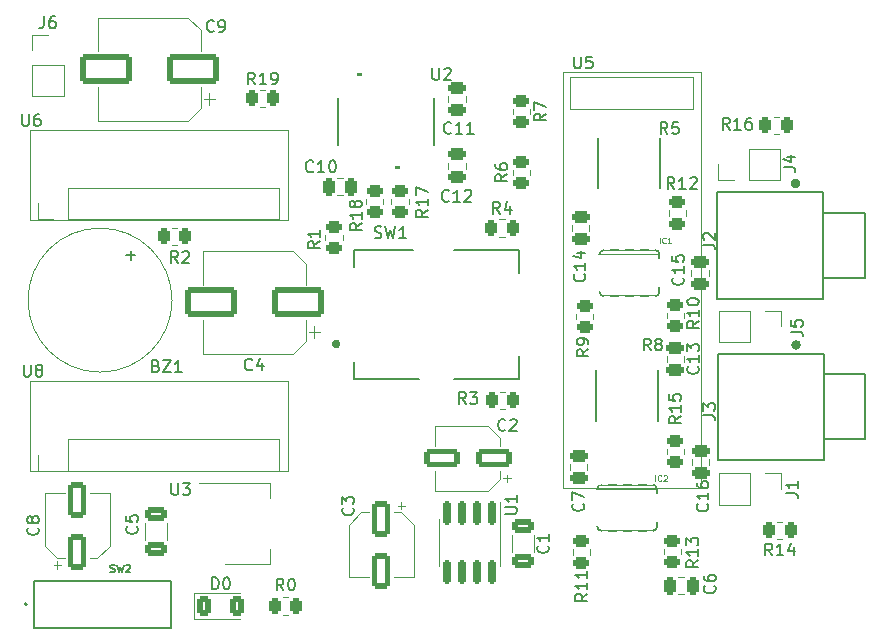
<source format=gto>
G04 #@! TF.GenerationSoftware,KiCad,Pcbnew,(6.0.4)*
G04 #@! TF.CreationDate,2025-04-28T20:29:24+10:00*
G04 #@! TF.ProjectId,OpenXstim,4f70656e-5873-4746-996d-2e6b69636164,rev?*
G04 #@! TF.SameCoordinates,Original*
G04 #@! TF.FileFunction,Legend,Top*
G04 #@! TF.FilePolarity,Positive*
%FSLAX46Y46*%
G04 Gerber Fmt 4.6, Leading zero omitted, Abs format (unit mm)*
G04 Created by KiCad (PCBNEW (6.0.4)) date 2025-04-28 20:29:24*
%MOMM*%
%LPD*%
G01*
G04 APERTURE LIST*
G04 Aperture macros list*
%AMRoundRect*
0 Rectangle with rounded corners*
0 $1 Rounding radius*
0 $2 $3 $4 $5 $6 $7 $8 $9 X,Y pos of 4 corners*
0 Add a 4 corners polygon primitive as box body*
4,1,4,$2,$3,$4,$5,$6,$7,$8,$9,$2,$3,0*
0 Add four circle primitives for the rounded corners*
1,1,$1+$1,$2,$3*
1,1,$1+$1,$4,$5*
1,1,$1+$1,$6,$7*
1,1,$1+$1,$8,$9*
0 Add four rect primitives between the rounded corners*
20,1,$1+$1,$2,$3,$4,$5,0*
20,1,$1+$1,$4,$5,$6,$7,0*
20,1,$1+$1,$6,$7,$8,$9,0*
20,1,$1+$1,$8,$9,$2,$3,0*%
G04 Aperture macros list end*
%ADD10C,0.150000*%
%ADD11C,0.120078*%
%ADD12C,0.120000*%
%ADD13C,0.152400*%
%ADD14C,0.050800*%
%ADD15C,0.127000*%
%ADD16C,0.304800*%
%ADD17C,0.400000*%
%ADD18C,0.200000*%
%ADD19RoundRect,0.250000X0.262500X0.450000X-0.262500X0.450000X-0.262500X-0.450000X0.262500X-0.450000X0*%
%ADD20RoundRect,0.250000X1.250000X0.550000X-1.250000X0.550000X-1.250000X-0.550000X1.250000X-0.550000X0*%
%ADD21R,0.355600X1.473200*%
%ADD22R,5.029200X3.251200*%
%ADD23RoundRect,0.250000X0.450000X-0.262500X0.450000X0.262500X-0.450000X0.262500X-0.450000X-0.262500X0*%
%ADD24RoundRect,0.250000X-0.262500X-0.450000X0.262500X-0.450000X0.262500X0.450000X-0.262500X0.450000X0*%
%ADD25RoundRect,0.250000X-0.250000X-0.475000X0.250000X-0.475000X0.250000X0.475000X-0.250000X0.475000X0*%
%ADD26RoundRect,0.250000X-0.550000X1.250000X-0.550000X-1.250000X0.550000X-1.250000X0.550000X1.250000X0*%
%ADD27R,1.700000X1.700000*%
%ADD28O,1.700000X1.700000*%
%ADD29RoundRect,0.150000X-0.150000X0.825000X-0.150000X-0.825000X0.150000X-0.825000X0.150000X0.825000X0*%
%ADD30R,2.000000X1.500000*%
%ADD31R,2.000000X3.800000*%
%ADD32RoundRect,0.250000X0.475000X-0.250000X0.475000X0.250000X-0.475000X0.250000X-0.475000X-0.250000X0*%
%ADD33RoundRect,0.250000X0.250000X0.475000X-0.250000X0.475000X-0.250000X-0.475000X0.250000X-0.475000X0*%
%ADD34R,0.600000X1.800000*%
%ADD35R,6.000000X2.400000*%
%ADD36C,2.600000*%
%ADD37C,1.800000*%
%ADD38R,1.800000X1.800000*%
%ADD39O,1.508000X3.016000*%
%ADD40O,3.016000X1.508000*%
%ADD41R,2.000000X2.000000*%
%ADD42C,2.000000*%
%ADD43R,0.482600X1.447800*%
%ADD44RoundRect,0.250000X-0.375000X-0.625000X0.375000X-0.625000X0.375000X0.625000X-0.375000X0.625000X0*%
%ADD45RoundRect,0.250000X0.650000X-0.325000X0.650000X0.325000X-0.650000X0.325000X-0.650000X-0.325000X0*%
%ADD46RoundRect,0.250000X-0.450000X0.262500X-0.450000X-0.262500X0.450000X-0.262500X0.450000X0.262500X0*%
%ADD47RoundRect,0.250000X1.950000X1.000000X-1.950000X1.000000X-1.950000X-1.000000X1.950000X-1.000000X0*%
%ADD48R,1.408000X1.408000*%
%ADD49C,1.408000*%
%ADD50RoundRect,0.250000X-0.475000X0.250000X-0.475000X-0.250000X0.475000X-0.250000X0.475000X0.250000X0*%
%ADD51RoundRect,0.250000X0.550000X-1.250000X0.550000X1.250000X-0.550000X1.250000X-0.550000X-1.250000X0*%
%ADD52R,1.600000X1.600000*%
%ADD53O,1.600000X1.600000*%
G04 APERTURE END LIST*
D10*
X234256342Y-73858380D02*
X233923009Y-73382190D01*
X233684914Y-73858380D02*
X233684914Y-72858380D01*
X234065866Y-72858380D01*
X234161104Y-72906000D01*
X234208723Y-72953619D01*
X234256342Y-73048857D01*
X234256342Y-73191714D01*
X234208723Y-73286952D01*
X234161104Y-73334571D01*
X234065866Y-73382190D01*
X233684914Y-73382190D01*
X235208723Y-73858380D02*
X234637295Y-73858380D01*
X234923009Y-73858380D02*
X234923009Y-72858380D01*
X234827771Y-73001238D01*
X234732533Y-73096476D01*
X234637295Y-73144095D01*
X236065866Y-72858380D02*
X235875390Y-72858380D01*
X235780152Y-72906000D01*
X235732533Y-72953619D01*
X235637295Y-73096476D01*
X235589676Y-73286952D01*
X235589676Y-73667904D01*
X235637295Y-73763142D01*
X235684914Y-73810761D01*
X235780152Y-73858380D01*
X235970628Y-73858380D01*
X236065866Y-73810761D01*
X236113485Y-73763142D01*
X236161104Y-73667904D01*
X236161104Y-73429809D01*
X236113485Y-73334571D01*
X236065866Y-73286952D01*
X235970628Y-73239333D01*
X235780152Y-73239333D01*
X235684914Y-73286952D01*
X235637295Y-73334571D01*
X235589676Y-73429809D01*
X215276133Y-99264742D02*
X215228514Y-99312361D01*
X215085657Y-99359980D01*
X214990419Y-99359980D01*
X214847561Y-99312361D01*
X214752323Y-99217123D01*
X214704704Y-99121885D01*
X214657085Y-98931409D01*
X214657085Y-98788552D01*
X214704704Y-98598076D01*
X214752323Y-98502838D01*
X214847561Y-98407600D01*
X214990419Y-98359980D01*
X215085657Y-98359980D01*
X215228514Y-98407600D01*
X215276133Y-98455219D01*
X215657085Y-98455219D02*
X215704704Y-98407600D01*
X215799942Y-98359980D01*
X216038038Y-98359980D01*
X216133276Y-98407600D01*
X216180895Y-98455219D01*
X216228514Y-98550457D01*
X216228514Y-98645695D01*
X216180895Y-98788552D01*
X215609466Y-99359980D01*
X216228514Y-99359980D01*
X209092895Y-68641980D02*
X209092895Y-69451504D01*
X209140514Y-69546742D01*
X209188133Y-69594361D01*
X209283371Y-69641980D01*
X209473847Y-69641980D01*
X209569085Y-69594361D01*
X209616704Y-69546742D01*
X209664323Y-69451504D01*
X209664323Y-68641980D01*
X210092895Y-68737219D02*
X210140514Y-68689600D01*
X210235752Y-68641980D01*
X210473847Y-68641980D01*
X210569085Y-68689600D01*
X210616704Y-68737219D01*
X210664323Y-68832457D01*
X210664323Y-68927695D01*
X210616704Y-69070552D01*
X210045276Y-69641980D01*
X210664323Y-69641980D01*
X230119180Y-98128057D02*
X229642990Y-98461390D01*
X230119180Y-98699485D02*
X229119180Y-98699485D01*
X229119180Y-98318533D01*
X229166800Y-98223295D01*
X229214419Y-98175676D01*
X229309657Y-98128057D01*
X229452514Y-98128057D01*
X229547752Y-98175676D01*
X229595371Y-98223295D01*
X229642990Y-98318533D01*
X229642990Y-98699485D01*
X230119180Y-97175676D02*
X230119180Y-97747104D01*
X230119180Y-97461390D02*
X229119180Y-97461390D01*
X229262038Y-97556628D01*
X229357276Y-97651866D01*
X229404895Y-97747104D01*
X229119180Y-96270914D02*
X229119180Y-96747104D01*
X229595371Y-96794723D01*
X229547752Y-96747104D01*
X229500133Y-96651866D01*
X229500133Y-96413771D01*
X229547752Y-96318533D01*
X229595371Y-96270914D01*
X229690609Y-96223295D01*
X229928704Y-96223295D01*
X230023942Y-96270914D01*
X230071561Y-96318533D01*
X230119180Y-96413771D01*
X230119180Y-96651866D01*
X230071561Y-96747104D01*
X230023942Y-96794723D01*
X194073542Y-70023980D02*
X193740209Y-69547790D01*
X193502114Y-70023980D02*
X193502114Y-69023980D01*
X193883066Y-69023980D01*
X193978304Y-69071600D01*
X194025923Y-69119219D01*
X194073542Y-69214457D01*
X194073542Y-69357314D01*
X194025923Y-69452552D01*
X193978304Y-69500171D01*
X193883066Y-69547790D01*
X193502114Y-69547790D01*
X195025923Y-70023980D02*
X194454495Y-70023980D01*
X194740209Y-70023980D02*
X194740209Y-69023980D01*
X194644971Y-69166838D01*
X194549733Y-69262076D01*
X194454495Y-69309695D01*
X195502114Y-70023980D02*
X195692590Y-70023980D01*
X195787828Y-69976361D01*
X195835447Y-69928742D01*
X195930685Y-69785885D01*
X195978304Y-69595409D01*
X195978304Y-69214457D01*
X195930685Y-69119219D01*
X195883066Y-69071600D01*
X195787828Y-69023980D01*
X195597352Y-69023980D01*
X195502114Y-69071600D01*
X195454495Y-69119219D01*
X195406876Y-69214457D01*
X195406876Y-69452552D01*
X195454495Y-69547790D01*
X195502114Y-69595409D01*
X195597352Y-69643028D01*
X195787828Y-69643028D01*
X195883066Y-69595409D01*
X195930685Y-69547790D01*
X195978304Y-69452552D01*
X232970342Y-112485466D02*
X233017961Y-112533085D01*
X233065580Y-112675942D01*
X233065580Y-112771180D01*
X233017961Y-112914038D01*
X232922723Y-113009276D01*
X232827485Y-113056895D01*
X232637009Y-113104514D01*
X232494152Y-113104514D01*
X232303676Y-113056895D01*
X232208438Y-113009276D01*
X232113200Y-112914038D01*
X232065580Y-112771180D01*
X232065580Y-112675942D01*
X232113200Y-112533085D01*
X232160819Y-112485466D01*
X232065580Y-111628323D02*
X232065580Y-111818800D01*
X232113200Y-111914038D01*
X232160819Y-111961657D01*
X232303676Y-112056895D01*
X232494152Y-112104514D01*
X232875104Y-112104514D01*
X232970342Y-112056895D01*
X233017961Y-112009276D01*
X233065580Y-111914038D01*
X233065580Y-111723561D01*
X233017961Y-111628323D01*
X232970342Y-111580704D01*
X232875104Y-111533085D01*
X232637009Y-111533085D01*
X232541771Y-111580704D01*
X232494152Y-111628323D01*
X232446533Y-111723561D01*
X232446533Y-111914038D01*
X232494152Y-112009276D01*
X232541771Y-112056895D01*
X232637009Y-112104514D01*
X229582742Y-78887580D02*
X229249409Y-78411390D01*
X229011314Y-78887580D02*
X229011314Y-77887580D01*
X229392266Y-77887580D01*
X229487504Y-77935200D01*
X229535123Y-77982819D01*
X229582742Y-78078057D01*
X229582742Y-78220914D01*
X229535123Y-78316152D01*
X229487504Y-78363771D01*
X229392266Y-78411390D01*
X229011314Y-78411390D01*
X230535123Y-78887580D02*
X229963695Y-78887580D01*
X230249409Y-78887580D02*
X230249409Y-77887580D01*
X230154171Y-78030438D01*
X230058933Y-78125676D01*
X229963695Y-78173295D01*
X230916076Y-77982819D02*
X230963695Y-77935200D01*
X231058933Y-77887580D01*
X231297028Y-77887580D01*
X231392266Y-77935200D01*
X231439885Y-77982819D01*
X231487504Y-78078057D01*
X231487504Y-78173295D01*
X231439885Y-78316152D01*
X230868457Y-78887580D01*
X231487504Y-78887580D01*
X187539333Y-85135980D02*
X187206000Y-84659790D01*
X186967904Y-85135980D02*
X186967904Y-84135980D01*
X187348857Y-84135980D01*
X187444095Y-84183600D01*
X187491714Y-84231219D01*
X187539333Y-84326457D01*
X187539333Y-84469314D01*
X187491714Y-84564552D01*
X187444095Y-84612171D01*
X187348857Y-84659790D01*
X186967904Y-84659790D01*
X187920285Y-84231219D02*
X187967904Y-84183600D01*
X188063142Y-84135980D01*
X188301238Y-84135980D01*
X188396476Y-84183600D01*
X188444095Y-84231219D01*
X188491714Y-84326457D01*
X188491714Y-84421695D01*
X188444095Y-84564552D01*
X187872666Y-85135980D01*
X188491714Y-85135980D01*
X202337942Y-105881466D02*
X202385561Y-105929085D01*
X202433180Y-106071942D01*
X202433180Y-106167180D01*
X202385561Y-106310038D01*
X202290323Y-106405276D01*
X202195085Y-106452895D01*
X202004609Y-106500514D01*
X201861752Y-106500514D01*
X201671276Y-106452895D01*
X201576038Y-106405276D01*
X201480800Y-106310038D01*
X201433180Y-106167180D01*
X201433180Y-106071942D01*
X201480800Y-105929085D01*
X201528419Y-105881466D01*
X201433180Y-105548133D02*
X201433180Y-104929085D01*
X201814133Y-105262419D01*
X201814133Y-105119561D01*
X201861752Y-105024323D01*
X201909371Y-104976704D01*
X202004609Y-104929085D01*
X202242704Y-104929085D01*
X202337942Y-104976704D01*
X202385561Y-105024323D01*
X202433180Y-105119561D01*
X202433180Y-105405276D01*
X202385561Y-105500514D01*
X202337942Y-105548133D01*
X239023380Y-104625733D02*
X239737666Y-104625733D01*
X239880523Y-104673352D01*
X239975761Y-104768590D01*
X240023380Y-104911447D01*
X240023380Y-105006685D01*
X240023380Y-103625733D02*
X240023380Y-104197161D01*
X240023380Y-103911447D02*
X239023380Y-103911447D01*
X239166238Y-104006685D01*
X239261476Y-104101923D01*
X239309095Y-104197161D01*
X215250780Y-106375104D02*
X216060304Y-106375104D01*
X216155542Y-106327485D01*
X216203161Y-106279866D01*
X216250780Y-106184628D01*
X216250780Y-105994152D01*
X216203161Y-105898914D01*
X216155542Y-105851295D01*
X216060304Y-105803676D01*
X215250780Y-105803676D01*
X216250780Y-104803676D02*
X216250780Y-105375104D01*
X216250780Y-105089390D02*
X215250780Y-105089390D01*
X215393638Y-105184628D01*
X215488876Y-105279866D01*
X215536495Y-105375104D01*
X186994895Y-103795580D02*
X186994895Y-104605104D01*
X187042514Y-104700342D01*
X187090133Y-104747961D01*
X187185371Y-104795580D01*
X187375847Y-104795580D01*
X187471085Y-104747961D01*
X187518704Y-104700342D01*
X187566323Y-104605104D01*
X187566323Y-103795580D01*
X187947276Y-103795580D02*
X188566323Y-103795580D01*
X188232990Y-104176533D01*
X188375847Y-104176533D01*
X188471085Y-104224152D01*
X188518704Y-104271771D01*
X188566323Y-104367009D01*
X188566323Y-104605104D01*
X188518704Y-104700342D01*
X188471085Y-104747961D01*
X188375847Y-104795580D01*
X188090133Y-104795580D01*
X187994895Y-104747961D01*
X187947276Y-104700342D01*
X210481942Y-79859142D02*
X210434323Y-79906761D01*
X210291466Y-79954380D01*
X210196228Y-79954380D01*
X210053371Y-79906761D01*
X209958133Y-79811523D01*
X209910514Y-79716285D01*
X209862895Y-79525809D01*
X209862895Y-79382952D01*
X209910514Y-79192476D01*
X209958133Y-79097238D01*
X210053371Y-79002000D01*
X210196228Y-78954380D01*
X210291466Y-78954380D01*
X210434323Y-79002000D01*
X210481942Y-79049619D01*
X211434323Y-79954380D02*
X210862895Y-79954380D01*
X211148609Y-79954380D02*
X211148609Y-78954380D01*
X211053371Y-79097238D01*
X210958133Y-79192476D01*
X210862895Y-79240095D01*
X211815276Y-79049619D02*
X211862895Y-79002000D01*
X211958133Y-78954380D01*
X212196228Y-78954380D01*
X212291466Y-79002000D01*
X212339085Y-79049619D01*
X212386704Y-79144857D01*
X212386704Y-79240095D01*
X212339085Y-79382952D01*
X211767657Y-79954380D01*
X212386704Y-79954380D01*
X199001142Y-77369942D02*
X198953523Y-77417561D01*
X198810666Y-77465180D01*
X198715428Y-77465180D01*
X198572571Y-77417561D01*
X198477333Y-77322323D01*
X198429714Y-77227085D01*
X198382095Y-77036609D01*
X198382095Y-76893752D01*
X198429714Y-76703276D01*
X198477333Y-76608038D01*
X198572571Y-76512800D01*
X198715428Y-76465180D01*
X198810666Y-76465180D01*
X198953523Y-76512800D01*
X199001142Y-76560419D01*
X199953523Y-77465180D02*
X199382095Y-77465180D01*
X199667809Y-77465180D02*
X199667809Y-76465180D01*
X199572571Y-76608038D01*
X199477333Y-76703276D01*
X199382095Y-76750895D01*
X200572571Y-76465180D02*
X200667809Y-76465180D01*
X200763047Y-76512800D01*
X200810666Y-76560419D01*
X200858285Y-76655657D01*
X200905904Y-76846133D01*
X200905904Y-77084228D01*
X200858285Y-77274704D01*
X200810666Y-77369942D01*
X200763047Y-77417561D01*
X200667809Y-77465180D01*
X200572571Y-77465180D01*
X200477333Y-77417561D01*
X200429714Y-77369942D01*
X200382095Y-77274704D01*
X200334476Y-77084228D01*
X200334476Y-76846133D01*
X200382095Y-76655657D01*
X200429714Y-76560419D01*
X200477333Y-76512800D01*
X200572571Y-76465180D01*
D11*
X228334324Y-83478483D02*
X228334324Y-82998172D01*
X228837507Y-83432739D02*
X228814635Y-83455611D01*
X228746020Y-83478483D01*
X228700276Y-83478483D01*
X228631660Y-83455611D01*
X228585916Y-83409867D01*
X228563044Y-83364123D01*
X228540172Y-83272635D01*
X228540172Y-83204020D01*
X228563044Y-83112532D01*
X228585916Y-83066788D01*
X228631660Y-83021044D01*
X228700276Y-82998172D01*
X228746020Y-82998172D01*
X228814635Y-83021044D01*
X228837507Y-83043916D01*
X229294946Y-83478483D02*
X229020483Y-83478483D01*
X229157715Y-83478483D02*
X229157715Y-82998172D01*
X229111971Y-83066788D01*
X229066227Y-83112532D01*
X229020483Y-83135404D01*
D10*
X204202521Y-83005848D02*
X204345479Y-83053501D01*
X204583743Y-83053501D01*
X204679049Y-83005848D01*
X204726702Y-82958196D01*
X204774355Y-82862890D01*
X204774355Y-82767584D01*
X204726702Y-82672279D01*
X204679049Y-82624626D01*
X204583743Y-82576973D01*
X204393132Y-82529320D01*
X204297826Y-82481667D01*
X204250174Y-82434015D01*
X204202521Y-82338709D01*
X204202521Y-82243403D01*
X204250174Y-82148098D01*
X204297826Y-82100445D01*
X204393132Y-82052792D01*
X204631396Y-82052792D01*
X204774355Y-82100445D01*
X205107924Y-82052792D02*
X205346188Y-83053501D01*
X205536800Y-82338709D01*
X205727411Y-83053501D01*
X205965675Y-82052792D01*
X206871078Y-83053501D02*
X206299244Y-83053501D01*
X206585161Y-83053501D02*
X206585161Y-82052792D01*
X206489856Y-82195751D01*
X206394550Y-82291056D01*
X206299244Y-82338709D01*
D11*
X227978724Y-103595283D02*
X227978724Y-103114972D01*
X228481907Y-103549539D02*
X228459035Y-103572411D01*
X228390420Y-103595283D01*
X228344676Y-103595283D01*
X228276060Y-103572411D01*
X228230316Y-103526667D01*
X228207444Y-103480923D01*
X228184572Y-103389435D01*
X228184572Y-103320820D01*
X228207444Y-103229332D01*
X228230316Y-103183588D01*
X228276060Y-103137844D01*
X228344676Y-103114972D01*
X228390420Y-103114972D01*
X228459035Y-103137844D01*
X228481907Y-103160716D01*
X228664883Y-103160716D02*
X228687755Y-103137844D01*
X228733499Y-103114972D01*
X228847859Y-103114972D01*
X228893603Y-103137844D01*
X228916475Y-103160716D01*
X228939346Y-103206460D01*
X228939346Y-103252204D01*
X228916475Y-103320820D01*
X228642011Y-103595283D01*
X228939346Y-103595283D01*
D10*
X232014772Y-98021738D02*
X232729069Y-98021738D01*
X232871928Y-98069358D01*
X232967168Y-98164598D01*
X233014788Y-98307457D01*
X233014788Y-98402697D01*
X232014772Y-97640780D02*
X232014772Y-97021722D01*
X232395730Y-97355061D01*
X232395730Y-97212201D01*
X232443350Y-97116962D01*
X232490970Y-97069342D01*
X232586209Y-97021722D01*
X232824308Y-97021722D01*
X232919548Y-97069342D01*
X232967168Y-97116962D01*
X233014788Y-97212201D01*
X233014788Y-97497920D01*
X232967168Y-97593160D01*
X232919548Y-97640780D01*
X185707447Y-93857771D02*
X185850304Y-93905390D01*
X185897923Y-93953009D01*
X185945542Y-94048247D01*
X185945542Y-94191104D01*
X185897923Y-94286342D01*
X185850304Y-94333961D01*
X185755066Y-94381580D01*
X185374114Y-94381580D01*
X185374114Y-93381580D01*
X185707447Y-93381580D01*
X185802685Y-93429200D01*
X185850304Y-93476819D01*
X185897923Y-93572057D01*
X185897923Y-93667295D01*
X185850304Y-93762533D01*
X185802685Y-93810152D01*
X185707447Y-93857771D01*
X185374114Y-93857771D01*
X186278876Y-93381580D02*
X186945542Y-93381580D01*
X186278876Y-94381580D01*
X186945542Y-94381580D01*
X187850304Y-94381580D02*
X187278876Y-94381580D01*
X187564590Y-94381580D02*
X187564590Y-93381580D01*
X187469352Y-93524438D01*
X187374114Y-93619676D01*
X187278876Y-93667295D01*
X183561028Y-84861352D02*
X183561028Y-84099447D01*
X183941980Y-84480400D02*
X183180076Y-84480400D01*
X214818933Y-80970380D02*
X214485600Y-80494190D01*
X214247504Y-80970380D02*
X214247504Y-79970380D01*
X214628457Y-79970380D01*
X214723695Y-80018000D01*
X214771314Y-80065619D01*
X214818933Y-80160857D01*
X214818933Y-80303714D01*
X214771314Y-80398952D01*
X214723695Y-80446571D01*
X214628457Y-80494190D01*
X214247504Y-80494190D01*
X215676076Y-80303714D02*
X215676076Y-80970380D01*
X215437980Y-79922761D02*
X215199885Y-80637047D01*
X215818933Y-80637047D01*
X196480133Y-112872780D02*
X196146800Y-112396590D01*
X195908704Y-112872780D02*
X195908704Y-111872780D01*
X196289657Y-111872780D01*
X196384895Y-111920400D01*
X196432514Y-111968019D01*
X196480133Y-112063257D01*
X196480133Y-112206114D01*
X196432514Y-112301352D01*
X196384895Y-112348971D01*
X196289657Y-112396590D01*
X195908704Y-112396590D01*
X197099180Y-111872780D02*
X197194419Y-111872780D01*
X197289657Y-111920400D01*
X197337276Y-111968019D01*
X197384895Y-112063257D01*
X197432514Y-112253733D01*
X197432514Y-112491828D01*
X197384895Y-112682304D01*
X197337276Y-112777542D01*
X197289657Y-112825161D01*
X197194419Y-112872780D01*
X197099180Y-112872780D01*
X197003942Y-112825161D01*
X196956323Y-112777542D01*
X196908704Y-112682304D01*
X196861085Y-112491828D01*
X196861085Y-112253733D01*
X196908704Y-112063257D01*
X196956323Y-111968019D01*
X197003942Y-111920400D01*
X197099180Y-111872780D01*
X221845142Y-105525866D02*
X221892761Y-105573485D01*
X221940380Y-105716342D01*
X221940380Y-105811580D01*
X221892761Y-105954438D01*
X221797523Y-106049676D01*
X221702285Y-106097295D01*
X221511809Y-106144914D01*
X221368952Y-106144914D01*
X221178476Y-106097295D01*
X221083238Y-106049676D01*
X220988000Y-105954438D01*
X220940380Y-105811580D01*
X220940380Y-105716342D01*
X220988000Y-105573485D01*
X221035619Y-105525866D01*
X220940380Y-105192533D02*
X220940380Y-104525866D01*
X221940380Y-104954438D01*
X238821980Y-77041333D02*
X239536266Y-77041333D01*
X239679123Y-77088952D01*
X239774361Y-77184190D01*
X239821980Y-77327047D01*
X239821980Y-77422285D01*
X239155314Y-76136571D02*
X239821980Y-76136571D01*
X238774361Y-76374666D02*
X239488647Y-76612761D01*
X239488647Y-75993714D01*
X174498095Y-93762580D02*
X174498095Y-94572104D01*
X174545714Y-94667342D01*
X174593333Y-94714961D01*
X174688571Y-94762580D01*
X174879047Y-94762580D01*
X174974285Y-94714961D01*
X175021904Y-94667342D01*
X175069523Y-94572104D01*
X175069523Y-93762580D01*
X175688571Y-94191152D02*
X175593333Y-94143533D01*
X175545714Y-94095914D01*
X175498095Y-94000676D01*
X175498095Y-93953057D01*
X175545714Y-93857819D01*
X175593333Y-93810200D01*
X175688571Y-93762580D01*
X175879047Y-93762580D01*
X175974285Y-93810200D01*
X176021904Y-93857819D01*
X176069523Y-93953057D01*
X176069523Y-94000676D01*
X176021904Y-94095914D01*
X175974285Y-94143533D01*
X175879047Y-94191152D01*
X175688571Y-94191152D01*
X175593333Y-94238771D01*
X175545714Y-94286390D01*
X175498095Y-94381628D01*
X175498095Y-94572104D01*
X175545714Y-94667342D01*
X175593333Y-94714961D01*
X175688571Y-94762580D01*
X175879047Y-94762580D01*
X175974285Y-94714961D01*
X176021904Y-94667342D01*
X176069523Y-94572104D01*
X176069523Y-94381628D01*
X176021904Y-94286390D01*
X175974285Y-94238771D01*
X175879047Y-94191152D01*
X232360742Y-105544857D02*
X232408361Y-105592476D01*
X232455980Y-105735333D01*
X232455980Y-105830571D01*
X232408361Y-105973428D01*
X232313123Y-106068666D01*
X232217885Y-106116285D01*
X232027409Y-106163904D01*
X231884552Y-106163904D01*
X231694076Y-106116285D01*
X231598838Y-106068666D01*
X231503600Y-105973428D01*
X231455980Y-105830571D01*
X231455980Y-105735333D01*
X231503600Y-105592476D01*
X231551219Y-105544857D01*
X232455980Y-104592476D02*
X232455980Y-105163904D01*
X232455980Y-104878190D02*
X231455980Y-104878190D01*
X231598838Y-104973428D01*
X231694076Y-105068666D01*
X231741695Y-105163904D01*
X231455980Y-103735333D02*
X231455980Y-103925809D01*
X231503600Y-104021047D01*
X231551219Y-104068666D01*
X231694076Y-104163904D01*
X231884552Y-104211523D01*
X232265504Y-104211523D01*
X232360742Y-104163904D01*
X232408361Y-104116285D01*
X232455980Y-104021047D01*
X232455980Y-103830571D01*
X232408361Y-103735333D01*
X232360742Y-103687714D01*
X232265504Y-103640095D01*
X232027409Y-103640095D01*
X231932171Y-103687714D01*
X231884552Y-103735333D01*
X231836933Y-103830571D01*
X231836933Y-104021047D01*
X231884552Y-104116285D01*
X231932171Y-104163904D01*
X232027409Y-104211523D01*
X227569733Y-92552780D02*
X227236400Y-92076590D01*
X226998304Y-92552780D02*
X226998304Y-91552780D01*
X227379257Y-91552780D01*
X227474495Y-91600400D01*
X227522114Y-91648019D01*
X227569733Y-91743257D01*
X227569733Y-91886114D01*
X227522114Y-91981352D01*
X227474495Y-92028971D01*
X227379257Y-92076590D01*
X226998304Y-92076590D01*
X228141161Y-91981352D02*
X228045923Y-91933733D01*
X227998304Y-91886114D01*
X227950685Y-91790876D01*
X227950685Y-91743257D01*
X227998304Y-91648019D01*
X228045923Y-91600400D01*
X228141161Y-91552780D01*
X228331638Y-91552780D01*
X228426876Y-91600400D01*
X228474495Y-91648019D01*
X228522114Y-91743257D01*
X228522114Y-91790876D01*
X228474495Y-91886114D01*
X228426876Y-91933733D01*
X228331638Y-91981352D01*
X228141161Y-91981352D01*
X228045923Y-92028971D01*
X227998304Y-92076590D01*
X227950685Y-92171828D01*
X227950685Y-92362304D01*
X227998304Y-92457542D01*
X228045923Y-92505161D01*
X228141161Y-92552780D01*
X228331638Y-92552780D01*
X228426876Y-92505161D01*
X228474495Y-92457542D01*
X228522114Y-92362304D01*
X228522114Y-92171828D01*
X228474495Y-92076590D01*
X228426876Y-92028971D01*
X228331638Y-91981352D01*
X190422304Y-112771180D02*
X190422304Y-111771180D01*
X190660400Y-111771180D01*
X190803257Y-111818800D01*
X190898495Y-111914038D01*
X190946114Y-112009276D01*
X190993733Y-112199752D01*
X190993733Y-112342609D01*
X190946114Y-112533085D01*
X190898495Y-112628323D01*
X190803257Y-112723561D01*
X190660400Y-112771180D01*
X190422304Y-112771180D01*
X191612780Y-111771180D02*
X191708019Y-111771180D01*
X191803257Y-111818800D01*
X191850876Y-111866419D01*
X191898495Y-111961657D01*
X191946114Y-112152133D01*
X191946114Y-112390228D01*
X191898495Y-112580704D01*
X191850876Y-112675942D01*
X191803257Y-112723561D01*
X191708019Y-112771180D01*
X191612780Y-112771180D01*
X191517542Y-112723561D01*
X191469923Y-112675942D01*
X191422304Y-112580704D01*
X191374685Y-112390228D01*
X191374685Y-112152133D01*
X191422304Y-111961657D01*
X191469923Y-111866419D01*
X191517542Y-111818800D01*
X191612780Y-111771180D01*
X218847942Y-109081866D02*
X218895561Y-109129485D01*
X218943180Y-109272342D01*
X218943180Y-109367580D01*
X218895561Y-109510438D01*
X218800323Y-109605676D01*
X218705085Y-109653295D01*
X218514609Y-109700914D01*
X218371752Y-109700914D01*
X218181276Y-109653295D01*
X218086038Y-109605676D01*
X217990800Y-109510438D01*
X217943180Y-109367580D01*
X217943180Y-109272342D01*
X217990800Y-109129485D01*
X218038419Y-109081866D01*
X218943180Y-108129485D02*
X218943180Y-108700914D01*
X218943180Y-108415200D02*
X217943180Y-108415200D01*
X218086038Y-108510438D01*
X218181276Y-108605676D01*
X218228895Y-108700914D01*
X231592380Y-110320057D02*
X231116190Y-110653390D01*
X231592380Y-110891485D02*
X230592380Y-110891485D01*
X230592380Y-110510533D01*
X230640000Y-110415295D01*
X230687619Y-110367676D01*
X230782857Y-110320057D01*
X230925714Y-110320057D01*
X231020952Y-110367676D01*
X231068571Y-110415295D01*
X231116190Y-110510533D01*
X231116190Y-110891485D01*
X231592380Y-109367676D02*
X231592380Y-109939104D01*
X231592380Y-109653390D02*
X230592380Y-109653390D01*
X230735238Y-109748628D01*
X230830476Y-109843866D01*
X230878095Y-109939104D01*
X230592380Y-109034342D02*
X230592380Y-108415295D01*
X230973333Y-108748628D01*
X230973333Y-108605771D01*
X231020952Y-108510533D01*
X231068571Y-108462914D01*
X231163809Y-108415295D01*
X231401904Y-108415295D01*
X231497142Y-108462914D01*
X231544761Y-108510533D01*
X231592380Y-108605771D01*
X231592380Y-108891485D01*
X231544761Y-108986723D01*
X231497142Y-109034342D01*
X222194380Y-113164857D02*
X221718190Y-113498190D01*
X222194380Y-113736285D02*
X221194380Y-113736285D01*
X221194380Y-113355333D01*
X221242000Y-113260095D01*
X221289619Y-113212476D01*
X221384857Y-113164857D01*
X221527714Y-113164857D01*
X221622952Y-113212476D01*
X221670571Y-113260095D01*
X221718190Y-113355333D01*
X221718190Y-113736285D01*
X222194380Y-112212476D02*
X222194380Y-112783904D01*
X222194380Y-112498190D02*
X221194380Y-112498190D01*
X221337238Y-112593428D01*
X221432476Y-112688666D01*
X221480095Y-112783904D01*
X222194380Y-111260095D02*
X222194380Y-111831523D01*
X222194380Y-111545809D02*
X221194380Y-111545809D01*
X221337238Y-111641047D01*
X221432476Y-111736285D01*
X221480095Y-111831523D01*
X210685142Y-74118742D02*
X210637523Y-74166361D01*
X210494666Y-74213980D01*
X210399428Y-74213980D01*
X210256571Y-74166361D01*
X210161333Y-74071123D01*
X210113714Y-73975885D01*
X210066095Y-73785409D01*
X210066095Y-73642552D01*
X210113714Y-73452076D01*
X210161333Y-73356838D01*
X210256571Y-73261600D01*
X210399428Y-73213980D01*
X210494666Y-73213980D01*
X210637523Y-73261600D01*
X210685142Y-73309219D01*
X211637523Y-74213980D02*
X211066095Y-74213980D01*
X211351809Y-74213980D02*
X211351809Y-73213980D01*
X211256571Y-73356838D01*
X211161333Y-73452076D01*
X211066095Y-73499695D01*
X212589904Y-74213980D02*
X212018476Y-74213980D01*
X212304190Y-74213980D02*
X212304190Y-73213980D01*
X212208952Y-73356838D01*
X212113714Y-73452076D01*
X212018476Y-73499695D01*
X208681580Y-80652857D02*
X208205390Y-80986190D01*
X208681580Y-81224285D02*
X207681580Y-81224285D01*
X207681580Y-80843333D01*
X207729200Y-80748095D01*
X207776819Y-80700476D01*
X207872057Y-80652857D01*
X208014914Y-80652857D01*
X208110152Y-80700476D01*
X208157771Y-80748095D01*
X208205390Y-80843333D01*
X208205390Y-81224285D01*
X208681580Y-79700476D02*
X208681580Y-80271904D01*
X208681580Y-79986190D02*
X207681580Y-79986190D01*
X207824438Y-80081428D01*
X207919676Y-80176666D01*
X207967295Y-80271904D01*
X207681580Y-79367142D02*
X207681580Y-78700476D01*
X208681580Y-79129047D01*
X221081695Y-67676780D02*
X221081695Y-68486304D01*
X221129314Y-68581542D01*
X221176933Y-68629161D01*
X221272171Y-68676780D01*
X221462647Y-68676780D01*
X221557885Y-68629161D01*
X221605504Y-68581542D01*
X221653123Y-68486304D01*
X221653123Y-67676780D01*
X222605504Y-67676780D02*
X222129314Y-67676780D01*
X222081695Y-68152971D01*
X222129314Y-68105352D01*
X222224552Y-68057733D01*
X222462647Y-68057733D01*
X222557885Y-68105352D01*
X222605504Y-68152971D01*
X222653123Y-68248209D01*
X222653123Y-68486304D01*
X222605504Y-68581542D01*
X222557885Y-68629161D01*
X222462647Y-68676780D01*
X222224552Y-68676780D01*
X222129314Y-68629161D01*
X222081695Y-68581542D01*
X222295980Y-92470266D02*
X221819790Y-92803600D01*
X222295980Y-93041695D02*
X221295980Y-93041695D01*
X221295980Y-92660742D01*
X221343600Y-92565504D01*
X221391219Y-92517885D01*
X221486457Y-92470266D01*
X221629314Y-92470266D01*
X221724552Y-92517885D01*
X221772171Y-92565504D01*
X221819790Y-92660742D01*
X221819790Y-93041695D01*
X222295980Y-91994076D02*
X222295980Y-91803600D01*
X222248361Y-91708361D01*
X222200742Y-91660742D01*
X222057885Y-91565504D01*
X221867409Y-91517885D01*
X221486457Y-91517885D01*
X221391219Y-91565504D01*
X221343600Y-91613123D01*
X221295980Y-91708361D01*
X221295980Y-91898838D01*
X221343600Y-91994076D01*
X221391219Y-92041695D01*
X221486457Y-92089314D01*
X221724552Y-92089314D01*
X221819790Y-92041695D01*
X221867409Y-91994076D01*
X221915028Y-91898838D01*
X221915028Y-91708361D01*
X221867409Y-91613123D01*
X221819790Y-91565504D01*
X221724552Y-91517885D01*
X218713580Y-72505866D02*
X218237390Y-72839200D01*
X218713580Y-73077295D02*
X217713580Y-73077295D01*
X217713580Y-72696342D01*
X217761200Y-72601104D01*
X217808819Y-72553485D01*
X217904057Y-72505866D01*
X218046914Y-72505866D01*
X218142152Y-72553485D01*
X218189771Y-72601104D01*
X218237390Y-72696342D01*
X218237390Y-73077295D01*
X217713580Y-72172533D02*
X217713580Y-71505866D01*
X218713580Y-71934438D01*
X232014772Y-83594538D02*
X232729069Y-83594538D01*
X232871928Y-83642158D01*
X232967168Y-83737398D01*
X233014788Y-83880257D01*
X233014788Y-83975497D01*
X232110011Y-83165960D02*
X232062392Y-83118340D01*
X232014772Y-83023100D01*
X232014772Y-82785001D01*
X232062392Y-82689762D01*
X232110011Y-82642142D01*
X232205251Y-82594522D01*
X232300491Y-82594522D01*
X232443350Y-82642142D01*
X233014788Y-83213580D01*
X233014788Y-82594522D01*
X221946742Y-86088457D02*
X221994361Y-86136076D01*
X222041980Y-86278933D01*
X222041980Y-86374171D01*
X221994361Y-86517028D01*
X221899123Y-86612266D01*
X221803885Y-86659885D01*
X221613409Y-86707504D01*
X221470552Y-86707504D01*
X221280076Y-86659885D01*
X221184838Y-86612266D01*
X221089600Y-86517028D01*
X221041980Y-86374171D01*
X221041980Y-86278933D01*
X221089600Y-86136076D01*
X221137219Y-86088457D01*
X222041980Y-85136076D02*
X222041980Y-85707504D01*
X222041980Y-85421790D02*
X221041980Y-85421790D01*
X221184838Y-85517028D01*
X221280076Y-85612266D01*
X221327695Y-85707504D01*
X221375314Y-84278933D02*
X222041980Y-84278933D01*
X220994361Y-84517028D02*
X221708647Y-84755123D01*
X221708647Y-84136076D01*
X231643180Y-90050857D02*
X231166990Y-90384190D01*
X231643180Y-90622285D02*
X230643180Y-90622285D01*
X230643180Y-90241333D01*
X230690800Y-90146095D01*
X230738419Y-90098476D01*
X230833657Y-90050857D01*
X230976514Y-90050857D01*
X231071752Y-90098476D01*
X231119371Y-90146095D01*
X231166990Y-90241333D01*
X231166990Y-90622285D01*
X231643180Y-89098476D02*
X231643180Y-89669904D01*
X231643180Y-89384190D02*
X230643180Y-89384190D01*
X230786038Y-89479428D01*
X230881276Y-89574666D01*
X230928895Y-89669904D01*
X230643180Y-88479428D02*
X230643180Y-88384190D01*
X230690800Y-88288952D01*
X230738419Y-88241333D01*
X230833657Y-88193714D01*
X231024133Y-88146095D01*
X231262228Y-88146095D01*
X231452704Y-88193714D01*
X231547942Y-88241333D01*
X231595561Y-88288952D01*
X231643180Y-88384190D01*
X231643180Y-88479428D01*
X231595561Y-88574666D01*
X231547942Y-88622285D01*
X231452704Y-88669904D01*
X231262228Y-88717523D01*
X231024133Y-88717523D01*
X230833657Y-88669904D01*
X230738419Y-88622285D01*
X230690800Y-88574666D01*
X230643180Y-88479428D01*
X190587333Y-65482742D02*
X190539714Y-65530361D01*
X190396857Y-65577980D01*
X190301619Y-65577980D01*
X190158761Y-65530361D01*
X190063523Y-65435123D01*
X190015904Y-65339885D01*
X189968285Y-65149409D01*
X189968285Y-65006552D01*
X190015904Y-64816076D01*
X190063523Y-64720838D01*
X190158761Y-64625600D01*
X190301619Y-64577980D01*
X190396857Y-64577980D01*
X190539714Y-64625600D01*
X190587333Y-64673219D01*
X191063523Y-65577980D02*
X191254000Y-65577980D01*
X191349238Y-65530361D01*
X191396857Y-65482742D01*
X191492095Y-65339885D01*
X191539714Y-65149409D01*
X191539714Y-64768457D01*
X191492095Y-64673219D01*
X191444476Y-64625600D01*
X191349238Y-64577980D01*
X191158761Y-64577980D01*
X191063523Y-64625600D01*
X191015904Y-64673219D01*
X190968285Y-64768457D01*
X190968285Y-65006552D01*
X191015904Y-65101790D01*
X191063523Y-65149409D01*
X191158761Y-65197028D01*
X191349238Y-65197028D01*
X191444476Y-65149409D01*
X191492095Y-65101790D01*
X191539714Y-65006552D01*
X203093580Y-81770457D02*
X202617390Y-82103790D01*
X203093580Y-82341885D02*
X202093580Y-82341885D01*
X202093580Y-81960933D01*
X202141200Y-81865695D01*
X202188819Y-81818076D01*
X202284057Y-81770457D01*
X202426914Y-81770457D01*
X202522152Y-81818076D01*
X202569771Y-81865695D01*
X202617390Y-81960933D01*
X202617390Y-82341885D01*
X203093580Y-80818076D02*
X203093580Y-81389504D01*
X203093580Y-81103790D02*
X202093580Y-81103790D01*
X202236438Y-81199028D01*
X202331676Y-81294266D01*
X202379295Y-81389504D01*
X202522152Y-80246647D02*
X202474533Y-80341885D01*
X202426914Y-80389504D01*
X202331676Y-80437123D01*
X202284057Y-80437123D01*
X202188819Y-80389504D01*
X202141200Y-80341885D01*
X202093580Y-80246647D01*
X202093580Y-80056171D01*
X202141200Y-79960933D01*
X202188819Y-79913314D01*
X202284057Y-79865695D01*
X202331676Y-79865695D01*
X202426914Y-79913314D01*
X202474533Y-79960933D01*
X202522152Y-80056171D01*
X202522152Y-80246647D01*
X202569771Y-80341885D01*
X202617390Y-80389504D01*
X202712628Y-80437123D01*
X202903104Y-80437123D01*
X202998342Y-80389504D01*
X203045961Y-80341885D01*
X203093580Y-80246647D01*
X203093580Y-80056171D01*
X203045961Y-79960933D01*
X202998342Y-79913314D01*
X202903104Y-79865695D01*
X202712628Y-79865695D01*
X202617390Y-79913314D01*
X202569771Y-79960933D01*
X202522152Y-80056171D01*
X174345695Y-72553580D02*
X174345695Y-73363104D01*
X174393314Y-73458342D01*
X174440933Y-73505961D01*
X174536171Y-73553580D01*
X174726647Y-73553580D01*
X174821885Y-73505961D01*
X174869504Y-73458342D01*
X174917123Y-73363104D01*
X174917123Y-72553580D01*
X175821885Y-72553580D02*
X175631409Y-72553580D01*
X175536171Y-72601200D01*
X175488552Y-72648819D01*
X175393314Y-72791676D01*
X175345695Y-72982152D01*
X175345695Y-73363104D01*
X175393314Y-73458342D01*
X175440933Y-73505961D01*
X175536171Y-73553580D01*
X175726647Y-73553580D01*
X175821885Y-73505961D01*
X175869504Y-73458342D01*
X175917123Y-73363104D01*
X175917123Y-73125009D01*
X175869504Y-73029771D01*
X175821885Y-72982152D01*
X175726647Y-72934533D01*
X175536171Y-72934533D01*
X175440933Y-72982152D01*
X175393314Y-73029771D01*
X175345695Y-73125009D01*
X176196666Y-64274980D02*
X176196666Y-64989266D01*
X176149047Y-65132123D01*
X176053809Y-65227361D01*
X175910952Y-65274980D01*
X175815714Y-65274980D01*
X177101428Y-64274980D02*
X176910952Y-64274980D01*
X176815714Y-64322600D01*
X176768095Y-64370219D01*
X176672857Y-64513076D01*
X176625238Y-64703552D01*
X176625238Y-65084504D01*
X176672857Y-65179742D01*
X176720476Y-65227361D01*
X176815714Y-65274980D01*
X177006190Y-65274980D01*
X177101428Y-65227361D01*
X177149047Y-65179742D01*
X177196666Y-65084504D01*
X177196666Y-64846409D01*
X177149047Y-64751171D01*
X177101428Y-64703552D01*
X177006190Y-64655933D01*
X176815714Y-64655933D01*
X176720476Y-64703552D01*
X176672857Y-64751171D01*
X176625238Y-64846409D01*
X215413580Y-77636666D02*
X214937390Y-77970000D01*
X215413580Y-78208095D02*
X214413580Y-78208095D01*
X214413580Y-77827142D01*
X214461200Y-77731904D01*
X214508819Y-77684285D01*
X214604057Y-77636666D01*
X214746914Y-77636666D01*
X214842152Y-77684285D01*
X214889771Y-77731904D01*
X214937390Y-77827142D01*
X214937390Y-78208095D01*
X214413580Y-76779523D02*
X214413580Y-76970000D01*
X214461200Y-77065238D01*
X214508819Y-77112857D01*
X214651676Y-77208095D01*
X214842152Y-77255714D01*
X215223104Y-77255714D01*
X215318342Y-77208095D01*
X215365961Y-77160476D01*
X215413580Y-77065238D01*
X215413580Y-76874761D01*
X215365961Y-76779523D01*
X215318342Y-76731904D01*
X215223104Y-76684285D01*
X214985009Y-76684285D01*
X214889771Y-76731904D01*
X214842152Y-76779523D01*
X214794533Y-76874761D01*
X214794533Y-77065238D01*
X214842152Y-77160476D01*
X214889771Y-77208095D01*
X214985009Y-77255714D01*
X237863142Y-109899980D02*
X237529809Y-109423790D01*
X237291714Y-109899980D02*
X237291714Y-108899980D01*
X237672666Y-108899980D01*
X237767904Y-108947600D01*
X237815523Y-108995219D01*
X237863142Y-109090457D01*
X237863142Y-109233314D01*
X237815523Y-109328552D01*
X237767904Y-109376171D01*
X237672666Y-109423790D01*
X237291714Y-109423790D01*
X238815523Y-109899980D02*
X238244095Y-109899980D01*
X238529809Y-109899980D02*
X238529809Y-108899980D01*
X238434571Y-109042838D01*
X238339333Y-109138076D01*
X238244095Y-109185695D01*
X239672666Y-109233314D02*
X239672666Y-109899980D01*
X239434571Y-108852361D02*
X239196476Y-109566647D01*
X239815523Y-109566647D01*
X211923333Y-97073980D02*
X211590000Y-96597790D01*
X211351904Y-97073980D02*
X211351904Y-96073980D01*
X211732857Y-96073980D01*
X211828095Y-96121600D01*
X211875714Y-96169219D01*
X211923333Y-96264457D01*
X211923333Y-96407314D01*
X211875714Y-96502552D01*
X211828095Y-96550171D01*
X211732857Y-96597790D01*
X211351904Y-96597790D01*
X212256666Y-96073980D02*
X212875714Y-96073980D01*
X212542380Y-96454933D01*
X212685238Y-96454933D01*
X212780476Y-96502552D01*
X212828095Y-96550171D01*
X212875714Y-96645409D01*
X212875714Y-96883504D01*
X212828095Y-96978742D01*
X212780476Y-97026361D01*
X212685238Y-97073980D01*
X212399523Y-97073980D01*
X212304285Y-97026361D01*
X212256666Y-96978742D01*
X181823466Y-111307847D02*
X181914895Y-111338323D01*
X182067276Y-111338323D01*
X182128228Y-111307847D01*
X182158704Y-111277371D01*
X182189180Y-111216419D01*
X182189180Y-111155466D01*
X182158704Y-111094514D01*
X182128228Y-111064038D01*
X182067276Y-111033561D01*
X181945371Y-111003085D01*
X181884419Y-110972609D01*
X181853942Y-110942133D01*
X181823466Y-110881180D01*
X181823466Y-110820228D01*
X181853942Y-110759276D01*
X181884419Y-110728800D01*
X181945371Y-110698323D01*
X182097752Y-110698323D01*
X182189180Y-110728800D01*
X182402514Y-110698323D02*
X182554895Y-111338323D01*
X182676800Y-110881180D01*
X182798704Y-111338323D01*
X182951085Y-110698323D01*
X183164419Y-110759276D02*
X183194895Y-110728800D01*
X183255847Y-110698323D01*
X183408228Y-110698323D01*
X183469180Y-110728800D01*
X183499657Y-110759276D01*
X183530133Y-110820228D01*
X183530133Y-110881180D01*
X183499657Y-110972609D01*
X183133942Y-111338323D01*
X183530133Y-111338323D01*
X230277942Y-86393257D02*
X230325561Y-86440876D01*
X230373180Y-86583733D01*
X230373180Y-86678971D01*
X230325561Y-86821828D01*
X230230323Y-86917066D01*
X230135085Y-86964685D01*
X229944609Y-87012304D01*
X229801752Y-87012304D01*
X229611276Y-86964685D01*
X229516038Y-86917066D01*
X229420800Y-86821828D01*
X229373180Y-86678971D01*
X229373180Y-86583733D01*
X229420800Y-86440876D01*
X229468419Y-86393257D01*
X230373180Y-85440876D02*
X230373180Y-86012304D01*
X230373180Y-85726590D02*
X229373180Y-85726590D01*
X229516038Y-85821828D01*
X229611276Y-85917066D01*
X229658895Y-86012304D01*
X229373180Y-84536114D02*
X229373180Y-85012304D01*
X229849371Y-85059923D01*
X229801752Y-85012304D01*
X229754133Y-84917066D01*
X229754133Y-84678971D01*
X229801752Y-84583733D01*
X229849371Y-84536114D01*
X229944609Y-84488495D01*
X230182704Y-84488495D01*
X230277942Y-84536114D01*
X230325561Y-84583733D01*
X230373180Y-84678971D01*
X230373180Y-84917066D01*
X230325561Y-85012304D01*
X230277942Y-85059923D01*
X175676342Y-107557866D02*
X175723961Y-107605485D01*
X175771580Y-107748342D01*
X175771580Y-107843580D01*
X175723961Y-107986438D01*
X175628723Y-108081676D01*
X175533485Y-108129295D01*
X175343009Y-108176914D01*
X175200152Y-108176914D01*
X175009676Y-108129295D01*
X174914438Y-108081676D01*
X174819200Y-107986438D01*
X174771580Y-107843580D01*
X174771580Y-107748342D01*
X174819200Y-107605485D01*
X174866819Y-107557866D01*
X175200152Y-106986438D02*
X175152533Y-107081676D01*
X175104914Y-107129295D01*
X175009676Y-107176914D01*
X174962057Y-107176914D01*
X174866819Y-107129295D01*
X174819200Y-107081676D01*
X174771580Y-106986438D01*
X174771580Y-106795961D01*
X174819200Y-106700723D01*
X174866819Y-106653104D01*
X174962057Y-106605485D01*
X175009676Y-106605485D01*
X175104914Y-106653104D01*
X175152533Y-106700723D01*
X175200152Y-106795961D01*
X175200152Y-106986438D01*
X175247771Y-107081676D01*
X175295390Y-107129295D01*
X175390628Y-107176914D01*
X175581104Y-107176914D01*
X175676342Y-107129295D01*
X175723961Y-107081676D01*
X175771580Y-106986438D01*
X175771580Y-106795961D01*
X175723961Y-106700723D01*
X175676342Y-106653104D01*
X175581104Y-106605485D01*
X175390628Y-106605485D01*
X175295390Y-106653104D01*
X175247771Y-106700723D01*
X175200152Y-106795961D01*
X228992133Y-74213980D02*
X228658800Y-73737790D01*
X228420704Y-74213980D02*
X228420704Y-73213980D01*
X228801657Y-73213980D01*
X228896895Y-73261600D01*
X228944514Y-73309219D01*
X228992133Y-73404457D01*
X228992133Y-73547314D01*
X228944514Y-73642552D01*
X228896895Y-73690171D01*
X228801657Y-73737790D01*
X228420704Y-73737790D01*
X229896895Y-73213980D02*
X229420704Y-73213980D01*
X229373085Y-73690171D01*
X229420704Y-73642552D01*
X229515942Y-73594933D01*
X229754038Y-73594933D01*
X229849276Y-73642552D01*
X229896895Y-73690171D01*
X229944514Y-73785409D01*
X229944514Y-74023504D01*
X229896895Y-74118742D01*
X229849276Y-74166361D01*
X229754038Y-74213980D01*
X229515942Y-74213980D01*
X229420704Y-74166361D01*
X229373085Y-74118742D01*
X231547942Y-93911657D02*
X231595561Y-93959276D01*
X231643180Y-94102133D01*
X231643180Y-94197371D01*
X231595561Y-94340228D01*
X231500323Y-94435466D01*
X231405085Y-94483085D01*
X231214609Y-94530704D01*
X231071752Y-94530704D01*
X230881276Y-94483085D01*
X230786038Y-94435466D01*
X230690800Y-94340228D01*
X230643180Y-94197371D01*
X230643180Y-94102133D01*
X230690800Y-93959276D01*
X230738419Y-93911657D01*
X231643180Y-92959276D02*
X231643180Y-93530704D01*
X231643180Y-93244990D02*
X230643180Y-93244990D01*
X230786038Y-93340228D01*
X230881276Y-93435466D01*
X230928895Y-93530704D01*
X230643180Y-92625942D02*
X230643180Y-92006895D01*
X231024133Y-92340228D01*
X231024133Y-92197371D01*
X231071752Y-92102133D01*
X231119371Y-92054514D01*
X231214609Y-92006895D01*
X231452704Y-92006895D01*
X231547942Y-92054514D01*
X231595561Y-92102133D01*
X231643180Y-92197371D01*
X231643180Y-92483085D01*
X231595561Y-92578323D01*
X231547942Y-92625942D01*
X239431580Y-90960533D02*
X240145866Y-90960533D01*
X240288723Y-91008152D01*
X240383961Y-91103390D01*
X240431580Y-91246247D01*
X240431580Y-91341485D01*
X239431580Y-90008152D02*
X239431580Y-90484342D01*
X239907771Y-90531961D01*
X239860152Y-90484342D01*
X239812533Y-90389104D01*
X239812533Y-90151009D01*
X239860152Y-90055771D01*
X239907771Y-90008152D01*
X240003009Y-89960533D01*
X240241104Y-89960533D01*
X240336342Y-90008152D01*
X240383961Y-90055771D01*
X240431580Y-90151009D01*
X240431580Y-90389104D01*
X240383961Y-90484342D01*
X240336342Y-90531961D01*
X184049942Y-107456266D02*
X184097561Y-107503885D01*
X184145180Y-107646742D01*
X184145180Y-107741980D01*
X184097561Y-107884838D01*
X184002323Y-107980076D01*
X183907085Y-108027695D01*
X183716609Y-108075314D01*
X183573752Y-108075314D01*
X183383276Y-108027695D01*
X183288038Y-107980076D01*
X183192800Y-107884838D01*
X183145180Y-107741980D01*
X183145180Y-107646742D01*
X183192800Y-107503885D01*
X183240419Y-107456266D01*
X183145180Y-106551504D02*
X183145180Y-107027695D01*
X183621371Y-107075314D01*
X183573752Y-107027695D01*
X183526133Y-106932457D01*
X183526133Y-106694361D01*
X183573752Y-106599123D01*
X183621371Y-106551504D01*
X183716609Y-106503885D01*
X183954704Y-106503885D01*
X184049942Y-106551504D01*
X184097561Y-106599123D01*
X184145180Y-106694361D01*
X184145180Y-106932457D01*
X184097561Y-107027695D01*
X184049942Y-107075314D01*
X199537580Y-83326266D02*
X199061390Y-83659600D01*
X199537580Y-83897695D02*
X198537580Y-83897695D01*
X198537580Y-83516742D01*
X198585200Y-83421504D01*
X198632819Y-83373885D01*
X198728057Y-83326266D01*
X198870914Y-83326266D01*
X198966152Y-83373885D01*
X199013771Y-83421504D01*
X199061390Y-83516742D01*
X199061390Y-83897695D01*
X199537580Y-82373885D02*
X199537580Y-82945314D01*
X199537580Y-82659600D02*
X198537580Y-82659600D01*
X198680438Y-82754838D01*
X198775676Y-82850076D01*
X198823295Y-82945314D01*
X193838533Y-94150742D02*
X193790914Y-94198361D01*
X193648057Y-94245980D01*
X193552819Y-94245980D01*
X193409961Y-94198361D01*
X193314723Y-94103123D01*
X193267104Y-94007885D01*
X193219485Y-93817409D01*
X193219485Y-93674552D01*
X193267104Y-93484076D01*
X193314723Y-93388838D01*
X193409961Y-93293600D01*
X193552819Y-93245980D01*
X193648057Y-93245980D01*
X193790914Y-93293600D01*
X193838533Y-93341219D01*
X194695676Y-93579314D02*
X194695676Y-94245980D01*
X194457580Y-93198361D02*
X194219485Y-93912647D01*
X194838533Y-93912647D01*
D12*
X238428264Y-74242600D02*
X237974136Y-74242600D01*
X238428264Y-72772600D02*
X237974136Y-72772600D01*
X214850000Y-100006037D02*
X214850000Y-100641600D01*
X214850000Y-103397163D02*
X214850000Y-102761600D01*
X213785563Y-98941600D02*
X209330000Y-98941600D01*
X213785563Y-104461600D02*
X209330000Y-104461600D01*
X214850000Y-103397163D02*
X213785563Y-104461600D01*
X215715000Y-103386600D02*
X215090000Y-103386600D01*
X214850000Y-100006037D02*
X213785563Y-98941600D01*
X209330000Y-98941600D02*
X209330000Y-100641600D01*
X215402500Y-103699100D02*
X215402500Y-103074100D01*
X209330000Y-104461600D02*
X209330000Y-102761600D01*
D13*
X209257900Y-75158615D02*
X209257900Y-71145385D01*
X201104500Y-71145385D02*
X201104500Y-75158615D01*
G36*
X203096701Y-69342000D02*
G01*
X202715701Y-69342000D01*
X202715701Y-69088000D01*
X203096701Y-69088000D01*
X203096701Y-69342000D01*
G37*
G36*
X206346699Y-77216000D02*
G01*
X205965699Y-77216000D01*
X205965699Y-76962000D01*
X206346699Y-76962000D01*
X206346699Y-77216000D01*
G37*
D12*
X230401800Y-101319064D02*
X230401800Y-100864936D01*
X228931800Y-101319064D02*
X228931800Y-100864936D01*
X194489336Y-70486600D02*
X194943464Y-70486600D01*
X194489336Y-71956600D02*
X194943464Y-71956600D01*
X229913548Y-111736200D02*
X230436052Y-111736200D01*
X229913548Y-113206200D02*
X230436052Y-113206200D01*
X230554200Y-81149564D02*
X230554200Y-80695436D01*
X229084200Y-81149564D02*
X229084200Y-80695436D01*
X187021736Y-82170600D02*
X187475864Y-82170600D01*
X187021736Y-83640600D02*
X187475864Y-83640600D01*
X206772300Y-105704300D02*
X206147300Y-105704300D01*
X206470363Y-106256800D02*
X205834800Y-106256800D01*
X203079237Y-106256800D02*
X203714800Y-106256800D01*
X202014800Y-111776800D02*
X203714800Y-111776800D01*
X207534800Y-107321237D02*
X207534800Y-111776800D01*
X202014800Y-107321237D02*
X202014800Y-111776800D01*
X203079237Y-106256800D02*
X202014800Y-107321237D01*
X206470363Y-106256800D02*
X207534800Y-107321237D01*
X207534800Y-111776800D02*
X205834800Y-111776800D01*
X206459800Y-105391800D02*
X206459800Y-106016800D01*
X235971000Y-102962400D02*
X233371000Y-102962400D01*
X233371000Y-102962400D02*
X233371000Y-105622400D01*
X238571000Y-102962400D02*
X238571000Y-104292400D01*
X237241000Y-102962400D02*
X238571000Y-102962400D01*
X235971000Y-105622400D02*
X233371000Y-105622400D01*
X235971000Y-102962400D02*
X235971000Y-105622400D01*
X214802400Y-108813600D02*
X214802400Y-110763600D01*
X209682400Y-108813600D02*
X209682400Y-110763600D01*
X214802400Y-108813600D02*
X214802400Y-105363600D01*
X209682400Y-108813600D02*
X209682400Y-106863600D01*
X191545600Y-110598000D02*
X195305600Y-110598000D01*
X189295600Y-103778000D02*
X195305600Y-103778000D01*
X195305600Y-103778000D02*
X195305600Y-105038000D01*
X195305600Y-110598000D02*
X195305600Y-109338000D01*
X211910600Y-77172452D02*
X211910600Y-76649948D01*
X210440600Y-77172452D02*
X210440600Y-76649948D01*
X201530852Y-77954200D02*
X201008348Y-77954200D01*
X201530852Y-79424200D02*
X201008348Y-79424200D01*
D13*
X228315200Y-85496400D02*
X228315200Y-84429600D01*
X228315200Y-86512400D02*
X228315200Y-85496400D01*
X227934200Y-84048600D02*
X223616200Y-84048600D01*
D14*
X228315200Y-84404200D02*
X223235200Y-84404200D01*
D13*
X228315200Y-87579200D02*
X228315200Y-86512400D01*
X223616200Y-87960200D02*
X227934200Y-87960200D01*
X227934200Y-87960200D02*
G75*
G03*
X228315200Y-87579200I1J380999D01*
G01*
X228315200Y-84429600D02*
G75*
G03*
X227934200Y-84048600I-380999J1D01*
G01*
X228315200Y-85496400D02*
G75*
G03*
X228315200Y-86512400I0J-508000D01*
G01*
X223235200Y-87579200D02*
G75*
G03*
X223616200Y-87960200I381000J0D01*
G01*
X223616200Y-84048600D02*
G75*
G03*
X223235200Y-84429600I0J-381000D01*
G01*
D15*
X202448400Y-84009600D02*
X207448400Y-84009600D01*
X216448400Y-84009600D02*
X216448400Y-86009600D01*
X202448400Y-95009600D02*
X207948400Y-95009600D01*
X202448400Y-85509600D02*
X202448400Y-84009600D01*
X210948400Y-95009600D02*
X216448400Y-95009600D01*
X210948400Y-84009600D02*
X216448400Y-84009600D01*
X202448400Y-93509600D02*
X202448400Y-95009600D01*
X216448400Y-95009600D02*
X216448400Y-93009600D01*
D16*
X201148400Y-92009600D02*
G75*
G03*
X201148400Y-92009600I-200000J0D01*
G01*
D13*
X228112000Y-106375200D02*
X228112000Y-105359200D01*
X227731000Y-103911400D02*
X223413000Y-103911400D01*
D14*
X228112000Y-104267000D02*
X223032000Y-104267000D01*
D13*
X223413000Y-107823000D02*
X227731000Y-107823000D01*
X228112000Y-107442000D02*
X228112000Y-106375200D01*
X228112000Y-105359200D02*
X228112000Y-104292400D01*
X228112000Y-105359200D02*
G75*
G03*
X228112000Y-106375200I0J-508000D01*
G01*
X227731000Y-107823000D02*
G75*
G03*
X228112000Y-107442000I1J380999D01*
G01*
X228112000Y-104292400D02*
G75*
G03*
X227731000Y-103911400I-380999J1D01*
G01*
X223413000Y-103911400D02*
G75*
G03*
X223032000Y-104292400I0J-381000D01*
G01*
X223032000Y-107442000D02*
G75*
G03*
X223413000Y-107823000I381000J0D01*
G01*
D15*
X242236000Y-101832800D02*
X233236000Y-101832800D01*
X233236000Y-101832800D02*
X233236000Y-92832800D01*
X242236000Y-94582800D02*
X242236000Y-101832800D01*
X245736000Y-94582800D02*
X242236000Y-94582800D01*
X242226000Y-100082800D02*
X245736000Y-100082800D01*
X233236000Y-92832800D02*
X242236000Y-92832800D01*
X245736000Y-100082800D02*
X245736000Y-94582800D01*
X242236000Y-92832800D02*
X242236000Y-94582800D01*
D17*
X240086000Y-92082800D02*
G75*
G03*
X240086000Y-92082800I-200000J0D01*
G01*
D12*
X187049600Y-88290400D02*
G75*
G03*
X187049600Y-88290400I-6100000J0D01*
G01*
X214758536Y-81459400D02*
X215212664Y-81459400D01*
X214758536Y-82929400D02*
X215212664Y-82929400D01*
X196419736Y-113463400D02*
X196873864Y-113463400D01*
X196419736Y-114933400D02*
X196873864Y-114933400D01*
X220753000Y-102674052D02*
X220753000Y-102151548D01*
X222223000Y-102674052D02*
X222223000Y-102151548D01*
X238510200Y-78139600D02*
X238510200Y-75479600D01*
X233310200Y-78139600D02*
X233310200Y-76809600D01*
X235910200Y-78139600D02*
X235910200Y-75479600D01*
X234640200Y-78139600D02*
X233310200Y-78139600D01*
X235910200Y-75479600D02*
X238510200Y-75479600D01*
X235910200Y-78139600D02*
X238510200Y-78139600D01*
X196118000Y-102726800D02*
X196118000Y-100066800D01*
X178278000Y-102726800D02*
X178278000Y-100066800D01*
X175678000Y-102726800D02*
X175678000Y-101396800D01*
X177008000Y-102726800D02*
X175678000Y-102726800D01*
X178278000Y-100066800D02*
X196118000Y-100066800D01*
X178278000Y-102726800D02*
X196118000Y-102726800D01*
X175006000Y-95173800D02*
X196850000Y-95173800D01*
X196850000Y-95173800D02*
X196850000Y-102793800D01*
X196850000Y-102793800D02*
X175006000Y-102793800D01*
X175006000Y-102793800D02*
X175006000Y-95173800D01*
X232535400Y-102267652D02*
X232535400Y-101745148D01*
X231065400Y-102267652D02*
X231065400Y-101745148D01*
D13*
X228155500Y-98488500D02*
X228155500Y-94246700D01*
X222948500Y-94246700D02*
X222948500Y-98488500D01*
D12*
X188875400Y-115333400D02*
X192760400Y-115333400D01*
X192760400Y-113063400D02*
X188875400Y-113063400D01*
X188875400Y-113063400D02*
X188875400Y-115333400D01*
X217673600Y-109626452D02*
X217673600Y-108203948D01*
X215853600Y-109626452D02*
X215853600Y-108203948D01*
X230147800Y-109802664D02*
X230147800Y-109348536D01*
X228677800Y-109802664D02*
X228677800Y-109348536D01*
X222426200Y-109853464D02*
X222426200Y-109399336D01*
X220956200Y-109853464D02*
X220956200Y-109399336D01*
X210440600Y-71533652D02*
X210440600Y-71011148D01*
X211910600Y-71533652D02*
X211910600Y-71011148D01*
X207084600Y-79732136D02*
X207084600Y-80186264D01*
X205614600Y-79732136D02*
X205614600Y-80186264D01*
X220776800Y-72094400D02*
X231162800Y-72094400D01*
X231162800Y-72094400D02*
X231162800Y-69434400D01*
X220776800Y-69434400D02*
X231162800Y-69434400D01*
X220776800Y-72094400D02*
X220776800Y-69434400D01*
X220141800Y-104165400D02*
X231825800Y-104165400D01*
X231825800Y-104165400D02*
X231825800Y-68986400D01*
X231825800Y-68986400D02*
X220141800Y-68986400D01*
X220141800Y-68986400D02*
X220141800Y-104165400D01*
X222731000Y-89889064D02*
X222731000Y-89434936D01*
X221261000Y-89889064D02*
X221261000Y-89434936D01*
X215876200Y-72112136D02*
X215876200Y-72566264D01*
X217346200Y-72112136D02*
X217346200Y-72566264D01*
D15*
X233185200Y-88167600D02*
X233185200Y-79167600D01*
X245685200Y-80917600D02*
X242185200Y-80917600D01*
X242185200Y-80917600D02*
X242185200Y-88167600D01*
X242175200Y-86417600D02*
X245685200Y-86417600D01*
X242185200Y-88167600D02*
X233185200Y-88167600D01*
X242185200Y-79167600D02*
X242185200Y-80917600D01*
X245685200Y-86417600D02*
X245685200Y-80917600D01*
X233185200Y-79167600D02*
X242185200Y-79167600D01*
D17*
X240035200Y-78417600D02*
G75*
G03*
X240035200Y-78417600I-200000J0D01*
G01*
D12*
X220905400Y-82455652D02*
X220905400Y-81933148D01*
X222375400Y-82455652D02*
X222375400Y-81933148D01*
X228931800Y-89838264D02*
X228931800Y-89384136D01*
X230401800Y-89838264D02*
X230401800Y-89384136D01*
X188410763Y-73092400D02*
X180755200Y-73092400D01*
X190715200Y-71242400D02*
X189715200Y-71242400D01*
X189475200Y-72027963D02*
X188410763Y-73092400D01*
X180755200Y-73092400D02*
X180755200Y-70242400D01*
X189475200Y-72027963D02*
X189475200Y-70242400D01*
X188410763Y-64372400D02*
X180755200Y-64372400D01*
X189475200Y-65436837D02*
X188410763Y-64372400D01*
X189475200Y-65436837D02*
X189475200Y-67222400D01*
X180755200Y-64372400D02*
X180755200Y-67222400D01*
X190215200Y-71742400D02*
X190215200Y-70742400D01*
X204951000Y-80186264D02*
X204951000Y-79732136D01*
X203481000Y-80186264D02*
X203481000Y-79732136D01*
X178278000Y-78781600D02*
X196118000Y-78781600D01*
X175678000Y-81441600D02*
X175678000Y-80111600D01*
X177008000Y-81441600D02*
X175678000Y-81441600D01*
X178278000Y-81441600D02*
X196118000Y-81441600D01*
X178278000Y-81441600D02*
X178278000Y-78781600D01*
X196118000Y-81441600D02*
X196118000Y-78781600D01*
X175006000Y-73888600D02*
X196850000Y-73888600D01*
X196850000Y-73888600D02*
X196850000Y-81508600D01*
X196850000Y-81508600D02*
X175006000Y-81508600D01*
X175006000Y-81508600D02*
X175006000Y-73888600D01*
X175200000Y-68422600D02*
X175200000Y-71022600D01*
X175200000Y-71022600D02*
X177860000Y-71022600D01*
X177860000Y-68422600D02*
X177860000Y-71022600D01*
X175200000Y-67152600D02*
X175200000Y-65822600D01*
X175200000Y-68422600D02*
X177860000Y-68422600D01*
X175200000Y-65822600D02*
X176530000Y-65822600D01*
X215876200Y-77697064D02*
X215876200Y-77242936D01*
X217346200Y-77697064D02*
X217346200Y-77242936D01*
X238733064Y-107062600D02*
X238278936Y-107062600D01*
X238733064Y-108532600D02*
X238278936Y-108532600D01*
X214807436Y-97509000D02*
X215261564Y-97509000D01*
X214807436Y-96039000D02*
X215261564Y-96039000D01*
D15*
X175345100Y-116046000D02*
X186945100Y-116046000D01*
X175345100Y-112046000D02*
X175345100Y-116046000D01*
X186945100Y-112046000D02*
X175345100Y-112046000D01*
X186945100Y-116046000D02*
X186945100Y-112046000D01*
D18*
X174745100Y-114046000D02*
G75*
G03*
X174745100Y-114046000I-100000J0D01*
G01*
D12*
X232484600Y-85743148D02*
X232484600Y-86265652D01*
X231014600Y-85743148D02*
X231014600Y-86265652D01*
X181779200Y-104631200D02*
X180079200Y-104631200D01*
X177323637Y-110151200D02*
X176259200Y-109086763D01*
X177323637Y-110151200D02*
X177959200Y-110151200D01*
X180714763Y-110151200D02*
X181779200Y-109086763D01*
X180714763Y-110151200D02*
X180079200Y-110151200D01*
X176259200Y-109086763D02*
X176259200Y-104631200D01*
X177021700Y-110703700D02*
X177646700Y-110703700D01*
X176259200Y-104631200D02*
X177959200Y-104631200D01*
X181779200Y-109086763D02*
X181779200Y-104631200D01*
X177334200Y-111016200D02*
X177334200Y-110391200D01*
D13*
X228358700Y-78778100D02*
X228358700Y-74536300D01*
X223151700Y-74536300D02*
X223151700Y-78778100D01*
D12*
X228931800Y-93007548D02*
X228931800Y-93530052D01*
X230401800Y-93007548D02*
X230401800Y-93530052D01*
X237241000Y-89195600D02*
X238571000Y-89195600D01*
X233371000Y-89195600D02*
X233371000Y-91855600D01*
X235971000Y-91855600D02*
X233371000Y-91855600D01*
X235971000Y-89195600D02*
X233371000Y-89195600D01*
X238571000Y-89195600D02*
X238571000Y-90525600D01*
X235971000Y-89195600D02*
X235971000Y-91855600D01*
X186584000Y-108610452D02*
X186584000Y-107187948D01*
X184764000Y-108610452D02*
X184764000Y-107187948D01*
X201496600Y-82780136D02*
X201496600Y-83234264D01*
X200026600Y-82780136D02*
X200026600Y-83234264D01*
X198365200Y-85198037D02*
X197300763Y-84133600D01*
X199105200Y-91503600D02*
X199105200Y-90503600D01*
X198365200Y-85198037D02*
X198365200Y-86983600D01*
X199605200Y-91003600D02*
X198605200Y-91003600D01*
X189645200Y-84133600D02*
X189645200Y-86983600D01*
X197300763Y-84133600D02*
X189645200Y-84133600D01*
X197300763Y-92853600D02*
X189645200Y-92853600D01*
X198365200Y-91789163D02*
X197300763Y-92853600D01*
X189645200Y-92853600D02*
X189645200Y-90003600D01*
X198365200Y-91789163D02*
X198365200Y-90003600D01*
%LPC*%
D19*
X239113700Y-73507600D03*
X237288700Y-73507600D03*
D20*
X214290000Y-101701600D03*
X209890000Y-101701600D03*
D21*
X208756199Y-70332600D03*
X208106200Y-70332600D03*
X207456202Y-70332600D03*
X206806201Y-70332600D03*
X206156202Y-70332600D03*
X205506201Y-70332600D03*
X204856202Y-70332600D03*
X204206201Y-70332600D03*
X203556202Y-70332600D03*
X202906201Y-70332600D03*
X202256202Y-70332600D03*
X201606201Y-70332600D03*
X201606201Y-75971400D03*
X202256200Y-75971400D03*
X202906201Y-75971400D03*
X203556199Y-75971400D03*
X204206201Y-75971400D03*
X204856199Y-75971400D03*
X205506198Y-75971400D03*
X206156199Y-75971400D03*
X206806198Y-75971400D03*
X207456199Y-75971400D03*
X208106198Y-75971400D03*
X208756199Y-75971400D03*
D22*
X205181200Y-73152000D03*
D23*
X229666800Y-102004500D03*
X229666800Y-100179500D03*
D24*
X193803900Y-71221600D03*
X195628900Y-71221600D03*
D25*
X229224800Y-112471200D03*
X231124800Y-112471200D03*
D23*
X229819200Y-81835000D03*
X229819200Y-80010000D03*
D24*
X186336300Y-82905600D03*
X188161300Y-82905600D03*
D26*
X204774800Y-106816800D03*
X204774800Y-111216800D03*
D27*
X237241000Y-104292400D03*
D28*
X234701000Y-104292400D03*
D29*
X214147400Y-106338600D03*
X212877400Y-106338600D03*
X211607400Y-106338600D03*
X210337400Y-106338600D03*
X210337400Y-111288600D03*
X211607400Y-111288600D03*
X212877400Y-111288600D03*
X214147400Y-111288600D03*
D30*
X190245600Y-104888000D03*
X190245600Y-107188000D03*
X190245600Y-109488000D03*
D31*
X196545600Y-107188000D03*
D32*
X211175600Y-77861200D03*
X211175600Y-75961200D03*
D33*
X202219600Y-78689200D03*
X200319600Y-78689200D03*
D34*
X227680200Y-83204400D03*
X226410200Y-83204400D03*
X225140200Y-83204400D03*
X223870200Y-83204400D03*
X223870200Y-88804400D03*
X225140200Y-88804400D03*
X226410200Y-88804400D03*
X227680200Y-88804400D03*
D35*
X225755200Y-86004400D03*
D36*
X209448400Y-95109600D03*
X209448400Y-83909600D03*
D37*
X216948400Y-92009600D03*
X216948400Y-87009600D03*
X216948400Y-89509600D03*
D38*
X202448400Y-92009600D03*
D37*
X202448400Y-87009600D03*
D34*
X227477000Y-103067200D03*
X226207000Y-103067200D03*
X224937000Y-103067200D03*
X223667000Y-103067200D03*
X223667000Y-108667200D03*
X224937000Y-108667200D03*
X226207000Y-108667200D03*
X227477000Y-108667200D03*
D35*
X225552000Y-105867200D03*
D39*
X239636000Y-97332800D03*
D40*
X234936000Y-100732800D03*
X234936000Y-93732800D03*
D41*
X180949600Y-84490400D03*
D42*
X180949600Y-92090400D03*
D24*
X214073100Y-82194400D03*
X215898100Y-82194400D03*
X195734300Y-114198400D03*
X197559300Y-114198400D03*
D32*
X221488000Y-103362800D03*
X221488000Y-101462800D03*
D27*
X234640200Y-76809600D03*
D28*
X237180200Y-76809600D03*
D27*
X177008000Y-101396800D03*
D28*
X179548000Y-101396800D03*
X187168000Y-101396800D03*
X189708000Y-101396800D03*
X192248000Y-101396800D03*
X194788000Y-101396800D03*
D32*
X231800400Y-102956400D03*
X231800400Y-101056400D03*
D43*
X227457000Y-93637100D03*
X226187000Y-93637100D03*
X224917000Y-93637100D03*
X223647000Y-93637100D03*
X223647000Y-99098100D03*
X224917000Y-99098100D03*
X226187000Y-99098100D03*
X227457000Y-99098100D03*
D44*
X189760400Y-114198400D03*
X192560400Y-114198400D03*
D45*
X216763600Y-110390200D03*
X216763600Y-107440200D03*
D23*
X229412800Y-110488100D03*
X229412800Y-108663100D03*
X221691200Y-110538900D03*
X221691200Y-108713900D03*
D32*
X211175600Y-72222400D03*
X211175600Y-70322400D03*
D46*
X206349600Y-79046700D03*
X206349600Y-80871700D03*
D27*
X222212800Y-70764400D03*
D28*
X224752800Y-70764400D03*
X227292800Y-70764400D03*
X229832800Y-70764400D03*
D23*
X221996000Y-90574500D03*
X221996000Y-88749500D03*
D46*
X216611200Y-71426700D03*
X216611200Y-73251700D03*
D39*
X239585200Y-83667600D03*
D40*
X234885200Y-87067600D03*
X234885200Y-80067600D03*
D32*
X221640400Y-83144400D03*
X221640400Y-81244400D03*
D23*
X229666800Y-90523700D03*
X229666800Y-88698700D03*
D47*
X188815200Y-68732400D03*
X181415200Y-68732400D03*
D23*
X204216000Y-80871700D03*
X204216000Y-79046700D03*
D27*
X177008000Y-80111600D03*
D28*
X179548000Y-80111600D03*
X187168000Y-80111600D03*
X189708000Y-80111600D03*
X192248000Y-80111600D03*
X194788000Y-80111600D03*
D27*
X176530000Y-67152600D03*
D28*
X176530000Y-69692600D03*
D23*
X216611200Y-78382500D03*
X216611200Y-76557500D03*
D19*
X239418500Y-107797600D03*
X237593500Y-107797600D03*
D24*
X214122000Y-96774000D03*
X215947000Y-96774000D03*
D48*
X178645100Y-114046000D03*
D49*
X181145100Y-114046000D03*
X183645100Y-114046000D03*
D50*
X231749600Y-85054400D03*
X231749600Y-86954400D03*
D51*
X179019200Y-109591200D03*
X179019200Y-105191200D03*
D43*
X227660200Y-73926700D03*
X226390200Y-73926700D03*
X225120200Y-73926700D03*
X223850200Y-73926700D03*
X223850200Y-79387700D03*
X225120200Y-79387700D03*
X226390200Y-79387700D03*
X227660200Y-79387700D03*
D50*
X229666800Y-92318800D03*
X229666800Y-94218800D03*
D27*
X237241000Y-90525600D03*
D28*
X234701000Y-90525600D03*
D45*
X185674000Y-109374200D03*
X185674000Y-106424200D03*
D46*
X200761600Y-82094700D03*
X200761600Y-83919700D03*
D47*
X197705200Y-88493600D03*
X190305200Y-88493600D03*
D52*
X202057000Y-114706400D03*
D53*
X204597000Y-114706400D03*
X207137000Y-114706400D03*
X209677000Y-114706400D03*
X212217000Y-114706400D03*
X214757000Y-114706400D03*
X217297000Y-114706400D03*
X219837000Y-114706400D03*
X224917000Y-114706400D03*
X227457000Y-114706400D03*
X229997000Y-114706400D03*
X232537000Y-114706400D03*
X235077000Y-114706400D03*
X237617000Y-114706400D03*
X237617000Y-66446400D03*
X235077000Y-66446400D03*
X232537000Y-66446400D03*
X229997000Y-66446400D03*
X227457000Y-66446400D03*
X224917000Y-66446400D03*
X222377000Y-66446400D03*
X219837000Y-66446400D03*
X215777000Y-66446400D03*
X213237000Y-66446400D03*
X210697000Y-66446400D03*
X208157000Y-66446400D03*
X205617000Y-66446400D03*
X203077000Y-66446400D03*
X200537000Y-66446400D03*
X197997000Y-66446400D03*
X195457000Y-66446400D03*
X192917000Y-66446400D03*
M02*

</source>
